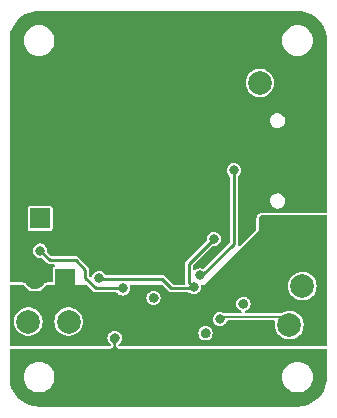
<source format=gbl>
%TF.GenerationSoftware,KiCad,Pcbnew,7.0.5-0*%
%TF.CreationDate,2024-02-04T17:49:50-05:00*%
%TF.ProjectId,Cutdown_Test,43757464-6f77-46e5-9f54-6573742e6b69,rev?*%
%TF.SameCoordinates,Original*%
%TF.FileFunction,Copper,L4,Bot*%
%TF.FilePolarity,Positive*%
%FSLAX46Y46*%
G04 Gerber Fmt 4.6, Leading zero omitted, Abs format (unit mm)*
G04 Created by KiCad (PCBNEW 7.0.5-0) date 2024-02-04 17:49:50*
%MOMM*%
%LPD*%
G01*
G04 APERTURE LIST*
%TA.AperFunction,ComponentPad*%
%ADD10C,2.000000*%
%TD*%
%TA.AperFunction,ComponentPad*%
%ADD11C,0.900000*%
%TD*%
%TA.AperFunction,ComponentPad*%
%ADD12R,1.700000X1.700000*%
%TD*%
%TA.AperFunction,ComponentPad*%
%ADD13O,1.700000X1.700000*%
%TD*%
%TA.AperFunction,ViaPad*%
%ADD14C,1.000000*%
%TD*%
%TA.AperFunction,ViaPad*%
%ADD15C,0.800000*%
%TD*%
%TA.AperFunction,Conductor*%
%ADD16C,0.250000*%
%TD*%
%TA.AperFunction,Conductor*%
%ADD17C,0.200000*%
%TD*%
G04 APERTURE END LIST*
D10*
%TO.P,TP8,1,1*%
%TO.N,Net-(U1-VC)*%
X147500000Y-113800000D03*
%TD*%
D11*
%TO.P,U1,29,PGND*%
%TO.N,GND*%
X135050000Y-106650000D03*
X135050000Y-107850000D03*
X135050000Y-109050000D03*
X136450000Y-106650000D03*
X136450000Y-107850000D03*
X136450000Y-109050000D03*
%TD*%
D12*
%TO.P,J2,1,Pin_1*%
%TO.N,+BATT*%
X128500000Y-109900000D03*
D13*
%TO.P,J2,2,Pin_2*%
%TO.N,GND*%
X125960000Y-109900000D03*
%TD*%
D10*
%TO.P,TP6,1,1*%
%TO.N,Net-(U1-FB)*%
X128800000Y-113500000D03*
%TD*%
%TO.P,TP5,1,1*%
%TO.N,+3V3*%
X148600000Y-110500000D03*
%TD*%
D12*
%TO.P,J1,1,Pin_1*%
%TO.N,/POWR_OUT*%
X126400000Y-104775000D03*
D13*
%TO.P,J1,2,Pin_2*%
%TO.N,GND*%
X126400000Y-102235000D03*
%TD*%
D10*
%TO.P,TP2,1,1*%
%TO.N,GND*%
X126300000Y-97000000D03*
%TD*%
%TO.P,TP3,1,1*%
%TO.N,/EN*%
X145000000Y-93300000D03*
%TD*%
%TO.P,TP1,1,1*%
%TO.N,Net-(U1-PGOOD)*%
X125400000Y-113500000D03*
%TD*%
D14*
%TO.N,GND*%
X127800000Y-107200000D03*
D15*
X143600000Y-112000000D03*
X140400000Y-114500000D03*
X132700000Y-114900000D03*
X141800000Y-102500000D03*
X148600000Y-101000000D03*
X136000000Y-111500000D03*
%TO.N,Net-(U1-ISN)*%
X131400000Y-109800000D03*
X139400000Y-110600000D03*
X141100000Y-106500000D03*
%TO.N,+BATT*%
X147100000Y-105300000D03*
X149900000Y-108000000D03*
X148500000Y-105300000D03*
X147100000Y-108000000D03*
X148500000Y-108000000D03*
X148500000Y-106650000D03*
X149900000Y-106650000D03*
X149900000Y-105300000D03*
X147100000Y-106650000D03*
%TO.N,Net-(U1-VC)*%
X141600000Y-113300000D03*
%TO.N,/EN*%
X142800000Y-100700000D03*
X139900000Y-109600000D03*
%TO.N,/POWR_OUT*%
X133400000Y-110700000D03*
X126400000Y-107500000D03*
%TD*%
D16*
%TO.N,Net-(U1-ISN)*%
X141100000Y-106500000D02*
X139000000Y-108600000D01*
X131500000Y-109900000D02*
X136700000Y-109900000D01*
X139300000Y-110700000D02*
X139400000Y-110600000D01*
X139000000Y-108600000D02*
X139000000Y-110200000D01*
X131400000Y-109800000D02*
X131500000Y-109900000D01*
X136700000Y-109900000D02*
X137500000Y-110700000D01*
X137500000Y-110700000D02*
X139300000Y-110700000D01*
X139000000Y-110200000D02*
X139400000Y-110600000D01*
D17*
%TO.N,Net-(U1-VC)*%
X141800000Y-113100000D02*
X146800000Y-113100000D01*
X141600000Y-113300000D02*
X141800000Y-113100000D01*
X146800000Y-113100000D02*
X147500000Y-113800000D01*
D16*
%TO.N,/EN*%
X140100000Y-109600000D02*
X142800000Y-106900000D01*
X142800000Y-106900000D02*
X142800000Y-100700000D01*
X139900000Y-109600000D02*
X140100000Y-109600000D01*
%TO.N,/POWR_OUT*%
X133400000Y-110700000D02*
X131100000Y-110700000D01*
X130200000Y-109100000D02*
X129400000Y-108300000D01*
X131100000Y-110700000D02*
X130200000Y-109800000D01*
X130200000Y-109800000D02*
X130200000Y-109100000D01*
X127200000Y-108300000D02*
X126400000Y-107500000D01*
X129400000Y-108300000D02*
X127200000Y-108300000D01*
%TD*%
%TA.AperFunction,Conductor*%
%TO.N,GND*%
G36*
X132786926Y-114513034D02*
G01*
X132818193Y-114521412D01*
X132859544Y-114538539D01*
X132884124Y-114548721D01*
X132912154Y-114564904D01*
X132940856Y-114586928D01*
X132968762Y-114608341D01*
X132991650Y-114631228D01*
X133032235Y-114684119D01*
X133035094Y-114687844D01*
X133051277Y-114715874D01*
X133073186Y-114768765D01*
X133078586Y-114781802D01*
X133086963Y-114813068D01*
X133096277Y-114883813D01*
X133096277Y-114916185D01*
X133086963Y-114986930D01*
X133078585Y-115018196D01*
X133051278Y-115084122D01*
X133035093Y-115112156D01*
X132991656Y-115168765D01*
X132968768Y-115191653D01*
X132944560Y-115210228D01*
X132934747Y-115217759D01*
X132926837Y-115224491D01*
X132904827Y-115245227D01*
X132858824Y-115309424D01*
X132829799Y-115372978D01*
X132817588Y-115404727D01*
X132816220Y-115404200D01*
X132786802Y-115456780D01*
X132765069Y-115468356D01*
X132795040Y-115488567D01*
X132822295Y-115550032D01*
X132823261Y-115556754D01*
X132828354Y-115581372D01*
X132828354Y-115581373D01*
X132871363Y-115662083D01*
X132871365Y-115662086D01*
X132917124Y-115714895D01*
X132934706Y-115732839D01*
X132934710Y-115732843D01*
X132934711Y-115732844D01*
X132934713Y-115732845D01*
X132935203Y-115733119D01*
X133014527Y-115777490D01*
X133081566Y-115797175D01*
X133139464Y-115805500D01*
X133139468Y-115805500D01*
X150575500Y-115805500D01*
X150642539Y-115825185D01*
X150688294Y-115877989D01*
X150699500Y-115929500D01*
X150699500Y-118198139D01*
X150699387Y-118201884D01*
X150681503Y-118497535D01*
X150680599Y-118504974D01*
X150627544Y-118794483D01*
X150625751Y-118801759D01*
X150538191Y-119082753D01*
X150535533Y-119089760D01*
X150414741Y-119358147D01*
X150411258Y-119364782D01*
X150258991Y-119616666D01*
X150254733Y-119622834D01*
X150073215Y-119854524D01*
X150068246Y-119860133D01*
X149860133Y-120068246D01*
X149854524Y-120073215D01*
X149622834Y-120254733D01*
X149616666Y-120258991D01*
X149364782Y-120411258D01*
X149358147Y-120414741D01*
X149089760Y-120535533D01*
X149082760Y-120538188D01*
X148958629Y-120576868D01*
X148801759Y-120625751D01*
X148794483Y-120627544D01*
X148504974Y-120680599D01*
X148497535Y-120681503D01*
X148201885Y-120699387D01*
X148198140Y-120699500D01*
X126301860Y-120699500D01*
X126298115Y-120699387D01*
X126002464Y-120681503D01*
X125995025Y-120680599D01*
X125705516Y-120627544D01*
X125698240Y-120625751D01*
X125619666Y-120601266D01*
X125417234Y-120538186D01*
X125410245Y-120535535D01*
X125141849Y-120414739D01*
X125135217Y-120411258D01*
X124883333Y-120258991D01*
X124877165Y-120254733D01*
X124645475Y-120073215D01*
X124639874Y-120068253D01*
X124431745Y-119860124D01*
X124426784Y-119854524D01*
X124245266Y-119622834D01*
X124241013Y-119616673D01*
X124161797Y-119485633D01*
X124088741Y-119364782D01*
X124085263Y-119358156D01*
X123964460Y-119089745D01*
X123961816Y-119082775D01*
X123874246Y-118801753D01*
X123872455Y-118794483D01*
X123819400Y-118504974D01*
X123818496Y-118497535D01*
X123800613Y-118201883D01*
X123800556Y-118200001D01*
X124994532Y-118200001D01*
X125014364Y-118426686D01*
X125014366Y-118426697D01*
X125073258Y-118646488D01*
X125073261Y-118646497D01*
X125169431Y-118852732D01*
X125169432Y-118852734D01*
X125299954Y-119039141D01*
X125460858Y-119200045D01*
X125460861Y-119200047D01*
X125647266Y-119330568D01*
X125853504Y-119426739D01*
X126073308Y-119485635D01*
X126243214Y-119500499D01*
X126243215Y-119500500D01*
X126243216Y-119500500D01*
X126356785Y-119500500D01*
X126356785Y-119500499D01*
X126526692Y-119485635D01*
X126746496Y-119426739D01*
X126952734Y-119330568D01*
X127139139Y-119200047D01*
X127300047Y-119039139D01*
X127430568Y-118852734D01*
X127526739Y-118646496D01*
X127585635Y-118426692D01*
X127605468Y-118200001D01*
X146894532Y-118200001D01*
X146914364Y-118426686D01*
X146914366Y-118426697D01*
X146973258Y-118646488D01*
X146973261Y-118646497D01*
X147069431Y-118852732D01*
X147069432Y-118852734D01*
X147199954Y-119039141D01*
X147360858Y-119200045D01*
X147360861Y-119200047D01*
X147547266Y-119330568D01*
X147753504Y-119426739D01*
X147973308Y-119485635D01*
X148143214Y-119500499D01*
X148143215Y-119500500D01*
X148143216Y-119500500D01*
X148256785Y-119500500D01*
X148256785Y-119500499D01*
X148426692Y-119485635D01*
X148646496Y-119426739D01*
X148852734Y-119330568D01*
X149039139Y-119200047D01*
X149200047Y-119039139D01*
X149330568Y-118852734D01*
X149426739Y-118646496D01*
X149485635Y-118426692D01*
X149505468Y-118200000D01*
X149485635Y-117973308D01*
X149426739Y-117753504D01*
X149330568Y-117547266D01*
X149200047Y-117360861D01*
X149200045Y-117360858D01*
X149039141Y-117199954D01*
X148852734Y-117069432D01*
X148852732Y-117069431D01*
X148646497Y-116973261D01*
X148646488Y-116973258D01*
X148426697Y-116914366D01*
X148426687Y-116914364D01*
X148256785Y-116899500D01*
X148256784Y-116899500D01*
X148143216Y-116899500D01*
X148143215Y-116899500D01*
X147973312Y-116914364D01*
X147973302Y-116914366D01*
X147753511Y-116973258D01*
X147753502Y-116973261D01*
X147547267Y-117069431D01*
X147547265Y-117069432D01*
X147360858Y-117199954D01*
X147199954Y-117360858D01*
X147069432Y-117547265D01*
X147069431Y-117547267D01*
X146973261Y-117753502D01*
X146973258Y-117753511D01*
X146914366Y-117973302D01*
X146914364Y-117973313D01*
X146894532Y-118199998D01*
X146894532Y-118200001D01*
X127605468Y-118200001D01*
X127605468Y-118200000D01*
X127585635Y-117973308D01*
X127526739Y-117753504D01*
X127430568Y-117547266D01*
X127300047Y-117360861D01*
X127300045Y-117360858D01*
X127139141Y-117199954D01*
X126952734Y-117069432D01*
X126952732Y-117069431D01*
X126746497Y-116973261D01*
X126746488Y-116973258D01*
X126526697Y-116914366D01*
X126526687Y-116914364D01*
X126356785Y-116899500D01*
X126356784Y-116899500D01*
X126243216Y-116899500D01*
X126243215Y-116899500D01*
X126073312Y-116914364D01*
X126073302Y-116914366D01*
X125853511Y-116973258D01*
X125853502Y-116973261D01*
X125647267Y-117069431D01*
X125647265Y-117069432D01*
X125460858Y-117199954D01*
X125299954Y-117360858D01*
X125169432Y-117547265D01*
X125169431Y-117547267D01*
X125073261Y-117753502D01*
X125073258Y-117753511D01*
X125014366Y-117973302D01*
X125014364Y-117973313D01*
X124994532Y-118199998D01*
X124994532Y-118200001D01*
X123800556Y-118200001D01*
X123800500Y-118198139D01*
X123800500Y-115929500D01*
X123820185Y-115862461D01*
X123872989Y-115816706D01*
X123924500Y-115805500D01*
X132265730Y-115805500D01*
X132265734Y-115805500D01*
X132265749Y-115805499D01*
X132265755Y-115805499D01*
X132267025Y-115805434D01*
X132276118Y-115804974D01*
X132306203Y-115801920D01*
X132381782Y-115778994D01*
X132443500Y-115746241D01*
X132443502Y-115746239D01*
X132443509Y-115746236D01*
X132464943Y-115733120D01*
X132464944Y-115733119D01*
X132526345Y-115665344D01*
X132526346Y-115665343D01*
X132560558Y-115604423D01*
X132571504Y-115581793D01*
X132577239Y-115547326D01*
X132607660Y-115484427D01*
X132634600Y-115467942D01*
X132600001Y-115441480D01*
X132580307Y-115400485D01*
X132579336Y-115396886D01*
X132579335Y-115396877D01*
X132543190Y-115312867D01*
X132501987Y-115256439D01*
X132461122Y-115214590D01*
X132461121Y-115214589D01*
X132461115Y-115214584D01*
X132431235Y-115191656D01*
X132408346Y-115168768D01*
X132364905Y-115112155D01*
X132348720Y-115084121D01*
X132321413Y-115018196D01*
X132313035Y-114986928D01*
X132303721Y-114916178D01*
X132303721Y-114883818D01*
X132313034Y-114813067D01*
X132321412Y-114781803D01*
X132348718Y-114715880D01*
X132348721Y-114715872D01*
X132364901Y-114687848D01*
X132408348Y-114631227D01*
X132431227Y-114608348D01*
X132487846Y-114564902D01*
X132515877Y-114548719D01*
X132581800Y-114521412D01*
X132613065Y-114513035D01*
X132683820Y-114503721D01*
X132716180Y-114503721D01*
X132786926Y-114513034D01*
G37*
%TD.AperFunction*%
%TA.AperFunction,Conductor*%
G36*
X140486926Y-114113034D02*
G01*
X140518192Y-114121411D01*
X140584125Y-114148721D01*
X140612156Y-114164906D01*
X140668766Y-114208346D01*
X140691653Y-114231233D01*
X140735093Y-114287844D01*
X140751279Y-114315879D01*
X140778585Y-114381802D01*
X140786963Y-114413068D01*
X140796277Y-114483813D01*
X140796277Y-114516185D01*
X140786963Y-114586930D01*
X140778585Y-114618196D01*
X140751279Y-114684119D01*
X140735093Y-114712154D01*
X140691653Y-114768765D01*
X140668765Y-114791653D01*
X140612155Y-114835092D01*
X140584121Y-114851278D01*
X140518196Y-114878585D01*
X140486929Y-114886963D01*
X140416185Y-114896277D01*
X140383813Y-114896277D01*
X140313068Y-114886963D01*
X140281802Y-114878585D01*
X140215879Y-114851279D01*
X140187844Y-114835093D01*
X140131233Y-114791653D01*
X140108345Y-114768765D01*
X140064906Y-114712155D01*
X140048720Y-114684121D01*
X140021413Y-114618196D01*
X140013035Y-114586928D01*
X140010136Y-114564906D01*
X140003721Y-114516178D01*
X140003721Y-114483818D01*
X140013034Y-114413067D01*
X140021412Y-114381803D01*
X140025952Y-114370841D01*
X140048721Y-114315872D01*
X140064901Y-114287848D01*
X140108348Y-114231227D01*
X140131227Y-114208348D01*
X140187846Y-114164902D01*
X140215877Y-114148719D01*
X140281800Y-114121412D01*
X140313065Y-114113035D01*
X140383820Y-114103721D01*
X140416180Y-114103721D01*
X140486926Y-114113034D01*
G37*
%TD.AperFunction*%
%TA.AperFunction,Conductor*%
G36*
X143686926Y-111613034D02*
G01*
X143718192Y-111621411D01*
X143784125Y-111648721D01*
X143812156Y-111664906D01*
X143868766Y-111708346D01*
X143891653Y-111731233D01*
X143935093Y-111787844D01*
X143951279Y-111815879D01*
X143978585Y-111881802D01*
X143986963Y-111913068D01*
X143996277Y-111983813D01*
X143996277Y-112016185D01*
X143986963Y-112086930D01*
X143978585Y-112118196D01*
X143951279Y-112184119D01*
X143935094Y-112212154D01*
X143891653Y-112268767D01*
X143868764Y-112291655D01*
X143812159Y-112335090D01*
X143784127Y-112351275D01*
X143736326Y-112371075D01*
X143736319Y-112371078D01*
X143694765Y-112394252D01*
X143671686Y-112410894D01*
X143605795Y-112434136D01*
X143537799Y-112418066D01*
X143521360Y-112406869D01*
X143513989Y-112400929D01*
X143513985Y-112400926D01*
X143513983Y-112400925D01*
X143486770Y-112384779D01*
X143463685Y-112371082D01*
X143463682Y-112371081D01*
X143463681Y-112371080D01*
X143463677Y-112371078D01*
X143415875Y-112351277D01*
X143387843Y-112335093D01*
X143331236Y-112291657D01*
X143308346Y-112268768D01*
X143264905Y-112212155D01*
X143248720Y-112184121D01*
X143221413Y-112118196D01*
X143213035Y-112086928D01*
X143203721Y-112016178D01*
X143203721Y-111983818D01*
X143213034Y-111913067D01*
X143221412Y-111881803D01*
X143225952Y-111870841D01*
X143248721Y-111815872D01*
X143264901Y-111787848D01*
X143308348Y-111731227D01*
X143331227Y-111708348D01*
X143387846Y-111664902D01*
X143415877Y-111648719D01*
X143481800Y-111621412D01*
X143513065Y-111613035D01*
X143583820Y-111603721D01*
X143616180Y-111603721D01*
X143686926Y-111613034D01*
G37*
%TD.AperFunction*%
%TA.AperFunction,Conductor*%
G36*
X136086926Y-111113034D02*
G01*
X136118192Y-111121411D01*
X136184125Y-111148721D01*
X136212156Y-111164906D01*
X136268766Y-111208346D01*
X136291653Y-111231233D01*
X136335093Y-111287844D01*
X136351279Y-111315879D01*
X136378585Y-111381802D01*
X136386963Y-111413068D01*
X136396277Y-111483813D01*
X136396277Y-111516185D01*
X136386963Y-111586930D01*
X136378585Y-111618196D01*
X136351279Y-111684119D01*
X136335093Y-111712154D01*
X136291653Y-111768765D01*
X136268765Y-111791653D01*
X136212155Y-111835092D01*
X136184121Y-111851278D01*
X136118196Y-111878585D01*
X136086929Y-111886963D01*
X136016185Y-111896277D01*
X135983813Y-111896277D01*
X135913068Y-111886963D01*
X135881802Y-111878585D01*
X135815879Y-111851279D01*
X135787844Y-111835093D01*
X135731233Y-111791653D01*
X135708345Y-111768765D01*
X135664906Y-111712155D01*
X135648720Y-111684121D01*
X135621413Y-111618196D01*
X135613035Y-111586928D01*
X135603721Y-111516178D01*
X135603721Y-111483818D01*
X135613034Y-111413067D01*
X135621412Y-111381803D01*
X135625952Y-111370841D01*
X135648721Y-111315872D01*
X135664901Y-111287848D01*
X135708348Y-111231227D01*
X135731227Y-111208348D01*
X135787846Y-111164902D01*
X135815877Y-111148719D01*
X135881800Y-111121412D01*
X135913065Y-111113035D01*
X135983820Y-111103721D01*
X136016180Y-111103721D01*
X136086926Y-111113034D01*
G37*
%TD.AperFunction*%
%TA.AperFunction,Conductor*%
G36*
X148201884Y-87200613D02*
G01*
X148281335Y-87205418D01*
X148497540Y-87218496D01*
X148504974Y-87219400D01*
X148794483Y-87272455D01*
X148801753Y-87274246D01*
X149082775Y-87361816D01*
X149089745Y-87364460D01*
X149358156Y-87485263D01*
X149364782Y-87488741D01*
X149509021Y-87575935D01*
X149616673Y-87641013D01*
X149622832Y-87645265D01*
X149751556Y-87746114D01*
X149854524Y-87826784D01*
X149860124Y-87831745D01*
X150068253Y-88039874D01*
X150073215Y-88045475D01*
X150254733Y-88277165D01*
X150258988Y-88283329D01*
X150263305Y-88290470D01*
X150411258Y-88535217D01*
X150414741Y-88541852D01*
X150535533Y-88810239D01*
X150538186Y-88817234D01*
X150562865Y-88896429D01*
X150625751Y-89098240D01*
X150627544Y-89105516D01*
X150680599Y-89395025D01*
X150681503Y-89402464D01*
X150699387Y-89698114D01*
X150699500Y-89701859D01*
X150699500Y-104170500D01*
X150679815Y-104237539D01*
X150627011Y-104283294D01*
X150575500Y-104294500D01*
X145145858Y-104294500D01*
X145134863Y-104295089D01*
X145134847Y-104295090D01*
X145103038Y-104298511D01*
X145103029Y-104298513D01*
X145026521Y-104322470D01*
X145026516Y-104322471D01*
X144965188Y-104355960D01*
X144918384Y-104390998D01*
X144918363Y-104391016D01*
X144787123Y-104522256D01*
X144779757Y-104530454D01*
X144779753Y-104530459D01*
X144759674Y-104555376D01*
X144722509Y-104626424D01*
X144702826Y-104693456D01*
X144694500Y-104751365D01*
X144694500Y-105663518D01*
X144674815Y-105730557D01*
X144658181Y-105751199D01*
X143327905Y-107081474D01*
X143266582Y-107114959D01*
X143196890Y-107109975D01*
X143140957Y-107068103D01*
X143116540Y-107002639D01*
X143120449Y-106961700D01*
X143129264Y-106928807D01*
X143125735Y-106888478D01*
X143125500Y-106883075D01*
X143125500Y-103259176D01*
X145849257Y-103259176D01*
X145859490Y-103421819D01*
X145909848Y-103576807D01*
X145909849Y-103576810D01*
X145997169Y-103714405D01*
X146115962Y-103825958D01*
X146115970Y-103825964D01*
X146258769Y-103904468D01*
X146258773Y-103904470D01*
X146416618Y-103944998D01*
X146416622Y-103944998D01*
X146538674Y-103944998D01*
X146538676Y-103944998D01*
X146538681Y-103944997D01*
X146538685Y-103944997D01*
X146551813Y-103943338D01*
X146659780Y-103929699D01*
X146811301Y-103869708D01*
X146943142Y-103773919D01*
X147047020Y-103648353D01*
X147116407Y-103500898D01*
X147146943Y-103340820D01*
X147136710Y-103178177D01*
X147086352Y-103023188D01*
X147063373Y-102986979D01*
X146999030Y-102885590D01*
X146880237Y-102774037D01*
X146880229Y-102774031D01*
X146737430Y-102695527D01*
X146737422Y-102695524D01*
X146579583Y-102654998D01*
X146579582Y-102654998D01*
X146457524Y-102654998D01*
X146457514Y-102654998D01*
X146336420Y-102670297D01*
X146336414Y-102670298D01*
X146184902Y-102730286D01*
X146184899Y-102730287D01*
X146184899Y-102730288D01*
X146124685Y-102774037D01*
X146053057Y-102826078D01*
X145949178Y-102951645D01*
X145879793Y-103099097D01*
X145879793Y-103099098D01*
X145849257Y-103259173D01*
X145849257Y-103259176D01*
X143125500Y-103259176D01*
X143125500Y-101268298D01*
X143145185Y-101201259D01*
X143174010Y-101169925D01*
X143228282Y-101128282D01*
X143324536Y-101002841D01*
X143385044Y-100856762D01*
X143405682Y-100700000D01*
X143385044Y-100543238D01*
X143324536Y-100397159D01*
X143228282Y-100271718D01*
X143102841Y-100175464D01*
X142956762Y-100114956D01*
X142956760Y-100114955D01*
X142800001Y-100094318D01*
X142799999Y-100094318D01*
X142643239Y-100114955D01*
X142643237Y-100114956D01*
X142497160Y-100175463D01*
X142371718Y-100271718D01*
X142275463Y-100397160D01*
X142214956Y-100543237D01*
X142214955Y-100543239D01*
X142194318Y-100699998D01*
X142194318Y-100700001D01*
X142214955Y-100856760D01*
X142214956Y-100856762D01*
X142275464Y-101002841D01*
X142371718Y-101128282D01*
X142425987Y-101169924D01*
X142467189Y-101226349D01*
X142474500Y-101268298D01*
X142474500Y-106713811D01*
X142454815Y-106780850D01*
X142438181Y-106801492D01*
X140234110Y-109005562D01*
X140172787Y-109039047D01*
X140103095Y-109034063D01*
X140098991Y-109032448D01*
X140056762Y-109014956D01*
X140056760Y-109014955D01*
X139900001Y-108994318D01*
X139899999Y-108994318D01*
X139743239Y-109014955D01*
X139743237Y-109014956D01*
X139597157Y-109075464D01*
X139524986Y-109130844D01*
X139459817Y-109156038D01*
X139391372Y-109142000D01*
X139341383Y-109093186D01*
X139325500Y-109032468D01*
X139325500Y-108786187D01*
X139345185Y-108719148D01*
X139361814Y-108698511D01*
X140928315Y-107132009D01*
X140989636Y-107098526D01*
X141032180Y-107096753D01*
X141099999Y-107105682D01*
X141100000Y-107105682D01*
X141100001Y-107105682D01*
X141152253Y-107098802D01*
X141256762Y-107085044D01*
X141402841Y-107024536D01*
X141528282Y-106928282D01*
X141624536Y-106802841D01*
X141685044Y-106656762D01*
X141705682Y-106500000D01*
X141685044Y-106343238D01*
X141624536Y-106197159D01*
X141528282Y-106071718D01*
X141402841Y-105975464D01*
X141256762Y-105914956D01*
X141256760Y-105914955D01*
X141100001Y-105894318D01*
X141099999Y-105894318D01*
X140943239Y-105914955D01*
X140943237Y-105914956D01*
X140797160Y-105975463D01*
X140671718Y-106071718D01*
X140575463Y-106197160D01*
X140514956Y-106343237D01*
X140514955Y-106343239D01*
X140494318Y-106499998D01*
X140494318Y-106500001D01*
X140503246Y-106567818D01*
X140492480Y-106636853D01*
X140467988Y-106671684D01*
X138781803Y-108357870D01*
X138777814Y-108361525D01*
X138746805Y-108387545D01*
X138726562Y-108422606D01*
X138723656Y-108427166D01*
X138700446Y-108460313D01*
X138698206Y-108465117D01*
X138691229Y-108481961D01*
X138689410Y-108486959D01*
X138682383Y-108526811D01*
X138681212Y-108532091D01*
X138670735Y-108571191D01*
X138674264Y-108611513D01*
X138674500Y-108616920D01*
X138674500Y-110183078D01*
X138674264Y-110188485D01*
X138670735Y-110228808D01*
X138671681Y-110239614D01*
X138667461Y-110239983D01*
X138666211Y-110288491D01*
X138626934Y-110346275D01*
X138562651Y-110373652D01*
X138548174Y-110374500D01*
X137686188Y-110374500D01*
X137619149Y-110354815D01*
X137598507Y-110338181D01*
X137272781Y-110012455D01*
X136942119Y-109681793D01*
X136938474Y-109677814D01*
X136912456Y-109646807D01*
X136912455Y-109646806D01*
X136900960Y-109640169D01*
X136877392Y-109626561D01*
X136872831Y-109623655D01*
X136858771Y-109613811D01*
X136839684Y-109600446D01*
X136839681Y-109600445D01*
X136834861Y-109598197D01*
X136818055Y-109591235D01*
X136813043Y-109589411D01*
X136773190Y-109582383D01*
X136767910Y-109581212D01*
X136728808Y-109570735D01*
X136693892Y-109573790D01*
X136688481Y-109574264D01*
X136683078Y-109574500D01*
X132039426Y-109574500D01*
X131972387Y-109554815D01*
X131926632Y-109502011D01*
X131924864Y-109497950D01*
X131924537Y-109497161D01*
X131924535Y-109497158D01*
X131828283Y-109371719D01*
X131828282Y-109371718D01*
X131702841Y-109275464D01*
X131556762Y-109214956D01*
X131556760Y-109214955D01*
X131400001Y-109194318D01*
X131399999Y-109194318D01*
X131243239Y-109214955D01*
X131243237Y-109214956D01*
X131097160Y-109275463D01*
X130971718Y-109371718D01*
X130875463Y-109497160D01*
X130814956Y-109643237D01*
X130814956Y-109643239D01*
X130811550Y-109669109D01*
X130783283Y-109733006D01*
X130724958Y-109771476D01*
X130655093Y-109772307D01*
X130600930Y-109740604D01*
X130561818Y-109701492D01*
X130528333Y-109640169D01*
X130525499Y-109613811D01*
X130525499Y-109417782D01*
X130525499Y-109116896D01*
X130525733Y-109111543D01*
X130529264Y-109071193D01*
X130518782Y-109032076D01*
X130517616Y-109026818D01*
X130510588Y-108986955D01*
X130510586Y-108986952D01*
X130510586Y-108986950D01*
X130508760Y-108981933D01*
X130501820Y-108965176D01*
X130499554Y-108960319D01*
X130499554Y-108960316D01*
X130476339Y-108927162D01*
X130473433Y-108922599D01*
X130453196Y-108887548D01*
X130453195Y-108887547D01*
X130453194Y-108887545D01*
X130422177Y-108861518D01*
X130418193Y-108857867D01*
X130034688Y-108474362D01*
X129642119Y-108081793D01*
X129638474Y-108077814D01*
X129612456Y-108046807D01*
X129612455Y-108046806D01*
X129601058Y-108040226D01*
X129577392Y-108026561D01*
X129572831Y-108023655D01*
X129559687Y-108014452D01*
X129539684Y-108000446D01*
X129539681Y-108000445D01*
X129534861Y-107998197D01*
X129518055Y-107991235D01*
X129513043Y-107989411D01*
X129473190Y-107982383D01*
X129467910Y-107981212D01*
X129428808Y-107970735D01*
X129393892Y-107973790D01*
X129388481Y-107974264D01*
X129383078Y-107974500D01*
X127386188Y-107974500D01*
X127319149Y-107954815D01*
X127298507Y-107938181D01*
X127032011Y-107671685D01*
X126998526Y-107610362D01*
X126996753Y-107567818D01*
X127005682Y-107500000D01*
X127005682Y-107499998D01*
X126985044Y-107343239D01*
X126985044Y-107343238D01*
X126924536Y-107197159D01*
X126828282Y-107071718D01*
X126702841Y-106975464D01*
X126690917Y-106970525D01*
X126556762Y-106914956D01*
X126556760Y-106914955D01*
X126400001Y-106894318D01*
X126399999Y-106894318D01*
X126243239Y-106914955D01*
X126243237Y-106914956D01*
X126097160Y-106975463D01*
X125971718Y-107071718D01*
X125875463Y-107197160D01*
X125814956Y-107343237D01*
X125814955Y-107343239D01*
X125794318Y-107499998D01*
X125794318Y-107500001D01*
X125814955Y-107656760D01*
X125814956Y-107656762D01*
X125875464Y-107802841D01*
X125971718Y-107928282D01*
X126097159Y-108024536D01*
X126243238Y-108085044D01*
X126271548Y-108088771D01*
X126399999Y-108105682D01*
X126400000Y-108105682D01*
X126400001Y-108105682D01*
X126435708Y-108100980D01*
X126467818Y-108096753D01*
X126536853Y-108107518D01*
X126571685Y-108132011D01*
X126957863Y-108518189D01*
X126961518Y-108522178D01*
X126987541Y-108553190D01*
X126987543Y-108553191D01*
X126987545Y-108553194D01*
X126987547Y-108553195D01*
X126987548Y-108553196D01*
X127022599Y-108573433D01*
X127027162Y-108576339D01*
X127060316Y-108599554D01*
X127060319Y-108599554D01*
X127065176Y-108601820D01*
X127081933Y-108608760D01*
X127086953Y-108610587D01*
X127086955Y-108610588D01*
X127122806Y-108616909D01*
X127126808Y-108617615D01*
X127132080Y-108618783D01*
X127171193Y-108629264D01*
X127211522Y-108625735D01*
X127216924Y-108625500D01*
X127517247Y-108625500D01*
X127584286Y-108645185D01*
X127630041Y-108697989D01*
X127639985Y-108767147D01*
X127610960Y-108830703D01*
X127580702Y-108852521D01*
X127581923Y-108854348D01*
X127505447Y-108905447D01*
X127461132Y-108971769D01*
X127461131Y-108971770D01*
X127449500Y-109030247D01*
X127449500Y-110070500D01*
X127429815Y-110137539D01*
X127377011Y-110183294D01*
X127325500Y-110194500D01*
X126958216Y-110194500D01*
X126958212Y-110194500D01*
X126958202Y-110194501D01*
X126906511Y-110201111D01*
X126906495Y-110201114D01*
X126846130Y-110216808D01*
X126846100Y-110216817D01*
X126828223Y-110222345D01*
X126751222Y-110271690D01*
X126751216Y-110271695D01*
X126702262Y-110321530D01*
X126667610Y-110368690D01*
X126666787Y-110369997D01*
X126662265Y-110376266D01*
X126568144Y-110490954D01*
X126550954Y-110508144D01*
X126441167Y-110598243D01*
X126420957Y-110611747D01*
X126295703Y-110678698D01*
X126273244Y-110688001D01*
X126137335Y-110729228D01*
X126113494Y-110733970D01*
X125972153Y-110747891D01*
X125947845Y-110747891D01*
X125806504Y-110733970D01*
X125782664Y-110729228D01*
X125729350Y-110713055D01*
X125646752Y-110688000D01*
X125624296Y-110678698D01*
X125499042Y-110611748D01*
X125478832Y-110598244D01*
X125369046Y-110508147D01*
X125351856Y-110490957D01*
X125257680Y-110376201D01*
X125252889Y-110369501D01*
X125252379Y-110368677D01*
X125222162Y-110326178D01*
X125222158Y-110326174D01*
X125179856Y-110280332D01*
X125179849Y-110280324D01*
X125166538Y-110267157D01*
X125086721Y-110222510D01*
X125086719Y-110222509D01*
X125019687Y-110202826D01*
X125019683Y-110202825D01*
X125019682Y-110202825D01*
X124961784Y-110194500D01*
X123924500Y-110194500D01*
X123857461Y-110174815D01*
X123811706Y-110122011D01*
X123800500Y-110070500D01*
X123800500Y-105644752D01*
X125349500Y-105644752D01*
X125361131Y-105703229D01*
X125361132Y-105703230D01*
X125405447Y-105769552D01*
X125471769Y-105813867D01*
X125471770Y-105813868D01*
X125530247Y-105825499D01*
X125530250Y-105825500D01*
X125530252Y-105825500D01*
X127269750Y-105825500D01*
X127269751Y-105825499D01*
X127284568Y-105822552D01*
X127328229Y-105813868D01*
X127328229Y-105813867D01*
X127328231Y-105813867D01*
X127394552Y-105769552D01*
X127438867Y-105703231D01*
X127438867Y-105703229D01*
X127438868Y-105703229D01*
X127450499Y-105644752D01*
X127450500Y-105644750D01*
X127450500Y-103905249D01*
X127450499Y-103905247D01*
X127438868Y-103846770D01*
X127438867Y-103846769D01*
X127394552Y-103780447D01*
X127328230Y-103736132D01*
X127328229Y-103736131D01*
X127269752Y-103724500D01*
X127269748Y-103724500D01*
X125530252Y-103724500D01*
X125530247Y-103724500D01*
X125471770Y-103736131D01*
X125471769Y-103736132D01*
X125405447Y-103780447D01*
X125361132Y-103846769D01*
X125361131Y-103846770D01*
X125349500Y-103905247D01*
X125349500Y-105644752D01*
X123800500Y-105644752D01*
X123800500Y-96459180D01*
X145849257Y-96459180D01*
X145859490Y-96621823D01*
X145909848Y-96776811D01*
X145909849Y-96776814D01*
X145997169Y-96914409D01*
X146115962Y-97025962D01*
X146115970Y-97025968D01*
X146258769Y-97104472D01*
X146258773Y-97104474D01*
X146416618Y-97145002D01*
X146416622Y-97145002D01*
X146538674Y-97145002D01*
X146538676Y-97145002D01*
X146538681Y-97145001D01*
X146538685Y-97145001D01*
X146551813Y-97143342D01*
X146659780Y-97129703D01*
X146811301Y-97069712D01*
X146943142Y-96973923D01*
X147047020Y-96848357D01*
X147116407Y-96700902D01*
X147146943Y-96540824D01*
X147136710Y-96378181D01*
X147086352Y-96223192D01*
X147063373Y-96186983D01*
X146999030Y-96085594D01*
X146880237Y-95974041D01*
X146880229Y-95974035D01*
X146737430Y-95895531D01*
X146737422Y-95895528D01*
X146579583Y-95855002D01*
X146579582Y-95855002D01*
X146457524Y-95855002D01*
X146457514Y-95855002D01*
X146336420Y-95870301D01*
X146336414Y-95870302D01*
X146184902Y-95930290D01*
X146184899Y-95930291D01*
X146184899Y-95930292D01*
X146124685Y-95974041D01*
X146053057Y-96026082D01*
X145949178Y-96151649D01*
X145879793Y-96299101D01*
X145879793Y-96299102D01*
X145849257Y-96459177D01*
X145849257Y-96459180D01*
X123800500Y-96459180D01*
X123800500Y-93300000D01*
X143794357Y-93300000D01*
X143814884Y-93521535D01*
X143814885Y-93521537D01*
X143875769Y-93735523D01*
X143875775Y-93735538D01*
X143974938Y-93934683D01*
X143974943Y-93934691D01*
X144109020Y-94112238D01*
X144273437Y-94262123D01*
X144273439Y-94262125D01*
X144462595Y-94379245D01*
X144462596Y-94379245D01*
X144462599Y-94379247D01*
X144670060Y-94459618D01*
X144888757Y-94500500D01*
X144888759Y-94500500D01*
X145111241Y-94500500D01*
X145111243Y-94500500D01*
X145329940Y-94459618D01*
X145537401Y-94379247D01*
X145726562Y-94262124D01*
X145890981Y-94112236D01*
X146025058Y-93934689D01*
X146124229Y-93735528D01*
X146185115Y-93521536D01*
X146205643Y-93300000D01*
X146185115Y-93078464D01*
X146124229Y-92864472D01*
X146124224Y-92864461D01*
X146025061Y-92665316D01*
X146025056Y-92665308D01*
X145890979Y-92487761D01*
X145726562Y-92337876D01*
X145726560Y-92337874D01*
X145537404Y-92220754D01*
X145537398Y-92220752D01*
X145329940Y-92140382D01*
X145111243Y-92099500D01*
X144888757Y-92099500D01*
X144670060Y-92140382D01*
X144538864Y-92191207D01*
X144462601Y-92220752D01*
X144462595Y-92220754D01*
X144273439Y-92337874D01*
X144273437Y-92337876D01*
X144109020Y-92487761D01*
X143974943Y-92665308D01*
X143974938Y-92665316D01*
X143875775Y-92864461D01*
X143875769Y-92864476D01*
X143814885Y-93078462D01*
X143814884Y-93078464D01*
X143794357Y-93299999D01*
X143794357Y-93300000D01*
X123800500Y-93300000D01*
X123800500Y-89701876D01*
X123800557Y-89700001D01*
X124994532Y-89700001D01*
X125014364Y-89926686D01*
X125014366Y-89926697D01*
X125073258Y-90146488D01*
X125073261Y-90146497D01*
X125169431Y-90352732D01*
X125169432Y-90352734D01*
X125299954Y-90539141D01*
X125460858Y-90700045D01*
X125460861Y-90700047D01*
X125647266Y-90830568D01*
X125853504Y-90926739D01*
X126073308Y-90985635D01*
X126243214Y-91000499D01*
X126243215Y-91000500D01*
X126243216Y-91000500D01*
X126356785Y-91000500D01*
X126356785Y-91000499D01*
X126526692Y-90985635D01*
X126746496Y-90926739D01*
X126952734Y-90830568D01*
X127139139Y-90700047D01*
X127300047Y-90539139D01*
X127430568Y-90352734D01*
X127526739Y-90146496D01*
X127585635Y-89926692D01*
X127605468Y-89700001D01*
X146894532Y-89700001D01*
X146914364Y-89926686D01*
X146914366Y-89926697D01*
X146973258Y-90146488D01*
X146973261Y-90146497D01*
X147069431Y-90352732D01*
X147069432Y-90352734D01*
X147199954Y-90539141D01*
X147360858Y-90700045D01*
X147360861Y-90700047D01*
X147547266Y-90830568D01*
X147753504Y-90926739D01*
X147973308Y-90985635D01*
X148143214Y-91000499D01*
X148143215Y-91000500D01*
X148143216Y-91000500D01*
X148256785Y-91000500D01*
X148256785Y-91000499D01*
X148426692Y-90985635D01*
X148646496Y-90926739D01*
X148852734Y-90830568D01*
X149039139Y-90700047D01*
X149200047Y-90539139D01*
X149330568Y-90352734D01*
X149426739Y-90146496D01*
X149485635Y-89926692D01*
X149505468Y-89700000D01*
X149505466Y-89699982D01*
X149485635Y-89473313D01*
X149485635Y-89473308D01*
X149426739Y-89253504D01*
X149330568Y-89047266D01*
X149200047Y-88860861D01*
X149200045Y-88860858D01*
X149039141Y-88699954D01*
X148852734Y-88569432D01*
X148852732Y-88569431D01*
X148646497Y-88473261D01*
X148646488Y-88473258D01*
X148426697Y-88414366D01*
X148426687Y-88414364D01*
X148256785Y-88399500D01*
X148256784Y-88399500D01*
X148143216Y-88399500D01*
X148143215Y-88399500D01*
X147973312Y-88414364D01*
X147973302Y-88414366D01*
X147753511Y-88473258D01*
X147753502Y-88473261D01*
X147547267Y-88569431D01*
X147547265Y-88569432D01*
X147360858Y-88699954D01*
X147199954Y-88860858D01*
X147069432Y-89047265D01*
X147069431Y-89047267D01*
X146973261Y-89253502D01*
X146973258Y-89253511D01*
X146914366Y-89473302D01*
X146914364Y-89473313D01*
X146894532Y-89699998D01*
X146894532Y-89700001D01*
X127605468Y-89700001D01*
X127605468Y-89700000D01*
X127605466Y-89699982D01*
X127585635Y-89473313D01*
X127585635Y-89473308D01*
X127526739Y-89253504D01*
X127430568Y-89047266D01*
X127300047Y-88860861D01*
X127300045Y-88860858D01*
X127139141Y-88699954D01*
X126952734Y-88569432D01*
X126952732Y-88569431D01*
X126746497Y-88473261D01*
X126746488Y-88473258D01*
X126526697Y-88414366D01*
X126526687Y-88414364D01*
X126356785Y-88399500D01*
X126356784Y-88399500D01*
X126243216Y-88399500D01*
X126243215Y-88399500D01*
X126073312Y-88414364D01*
X126073302Y-88414366D01*
X125853511Y-88473258D01*
X125853502Y-88473261D01*
X125647267Y-88569431D01*
X125647265Y-88569432D01*
X125460858Y-88699954D01*
X125299954Y-88860858D01*
X125169432Y-89047265D01*
X125169431Y-89047267D01*
X125073261Y-89253502D01*
X125073258Y-89253511D01*
X125014366Y-89473302D01*
X125014364Y-89473313D01*
X124994532Y-89699998D01*
X124994532Y-89700001D01*
X123800557Y-89700001D01*
X123800613Y-89698132D01*
X123814212Y-89473308D01*
X123818497Y-89402458D01*
X123819401Y-89395026D01*
X123872456Y-89105516D01*
X123874246Y-89098250D01*
X123961816Y-88817230D01*
X123964465Y-88810248D01*
X124014104Y-88699954D01*
X124085268Y-88541834D01*
X124088745Y-88535211D01*
X124161799Y-88414366D01*
X124241012Y-88283330D01*
X124245252Y-88277186D01*
X124426793Y-88045465D01*
X124431737Y-88039884D01*
X124639884Y-87831737D01*
X124645465Y-87826793D01*
X124877186Y-87645252D01*
X124883334Y-87641010D01*
X125135215Y-87488742D01*
X125141834Y-87485268D01*
X125375272Y-87380205D01*
X125410248Y-87364465D01*
X125417230Y-87361816D01*
X125698250Y-87274246D01*
X125705516Y-87272456D01*
X125995026Y-87219401D01*
X126002458Y-87218497D01*
X126227572Y-87204880D01*
X126298134Y-87200613D01*
X126301878Y-87200500D01*
X126347595Y-87200500D01*
X148198140Y-87200500D01*
X148201884Y-87200613D01*
G37*
%TD.AperFunction*%
%TD*%
%TA.AperFunction,Conductor*%
%TO.N,+BATT*%
G36*
X150642539Y-104519685D02*
G01*
X150688294Y-104572489D01*
X150699500Y-104624000D01*
X150699500Y-115476000D01*
X150679815Y-115543039D01*
X150627011Y-115588794D01*
X150575500Y-115600000D01*
X133139464Y-115600000D01*
X133072425Y-115580315D01*
X133026670Y-115527511D01*
X133016726Y-115458353D01*
X133045751Y-115394797D01*
X133063978Y-115377624D01*
X133128282Y-115328282D01*
X133224536Y-115202841D01*
X133285044Y-115056762D01*
X133305682Y-114900000D01*
X133285044Y-114743238D01*
X133224536Y-114597159D01*
X133149984Y-114500001D01*
X139794318Y-114500001D01*
X139814955Y-114656760D01*
X139814956Y-114656762D01*
X139850775Y-114743238D01*
X139875464Y-114802841D01*
X139971718Y-114928282D01*
X140097159Y-115024536D01*
X140243238Y-115085044D01*
X140321618Y-115095362D01*
X140399999Y-115105682D01*
X140400000Y-115105682D01*
X140400001Y-115105682D01*
X140452254Y-115098802D01*
X140556762Y-115085044D01*
X140702841Y-115024536D01*
X140828282Y-114928282D01*
X140924536Y-114802841D01*
X140985044Y-114656762D01*
X141005682Y-114500000D01*
X141000695Y-114462123D01*
X140985044Y-114343239D01*
X140985044Y-114343238D01*
X140924536Y-114197159D01*
X140828282Y-114071718D01*
X140702841Y-113975464D01*
X140556762Y-113914956D01*
X140556760Y-113914955D01*
X140400001Y-113894318D01*
X140399999Y-113894318D01*
X140243239Y-113914955D01*
X140243237Y-113914956D01*
X140097160Y-113975463D01*
X139971718Y-114071718D01*
X139875463Y-114197160D01*
X139814956Y-114343237D01*
X139814955Y-114343239D01*
X139794318Y-114499998D01*
X139794318Y-114500001D01*
X133149984Y-114500001D01*
X133128282Y-114471718D01*
X133002841Y-114375464D01*
X132856762Y-114314956D01*
X132856760Y-114314955D01*
X132700001Y-114294318D01*
X132699999Y-114294318D01*
X132543239Y-114314955D01*
X132543237Y-114314956D01*
X132397160Y-114375463D01*
X132271718Y-114471718D01*
X132175463Y-114597160D01*
X132114956Y-114743237D01*
X132114955Y-114743239D01*
X132094318Y-114899998D01*
X132094318Y-114900001D01*
X132114955Y-115056760D01*
X132114956Y-115056762D01*
X132175464Y-115202841D01*
X132271718Y-115328282D01*
X132336022Y-115377624D01*
X132377225Y-115434052D01*
X132381380Y-115503798D01*
X132347168Y-115564718D01*
X132285450Y-115597471D01*
X132260536Y-115600000D01*
X123924500Y-115600000D01*
X123857461Y-115580315D01*
X123811706Y-115527511D01*
X123800500Y-115476000D01*
X123800500Y-113500000D01*
X124194357Y-113500000D01*
X124214884Y-113721535D01*
X124214885Y-113721537D01*
X124275769Y-113935523D01*
X124275775Y-113935538D01*
X124374938Y-114134683D01*
X124374943Y-114134691D01*
X124509020Y-114312238D01*
X124673437Y-114462123D01*
X124673439Y-114462125D01*
X124862595Y-114579245D01*
X124862596Y-114579245D01*
X124862599Y-114579247D01*
X125070060Y-114659618D01*
X125288757Y-114700500D01*
X125288759Y-114700500D01*
X125511241Y-114700500D01*
X125511243Y-114700500D01*
X125729940Y-114659618D01*
X125937401Y-114579247D01*
X126126562Y-114462124D01*
X126287997Y-114314956D01*
X126290979Y-114312238D01*
X126348901Y-114235538D01*
X126425058Y-114134689D01*
X126524229Y-113935528D01*
X126585115Y-113721536D01*
X126605643Y-113500000D01*
X127594357Y-113500000D01*
X127614884Y-113721535D01*
X127614885Y-113721537D01*
X127675769Y-113935523D01*
X127675775Y-113935538D01*
X127774938Y-114134683D01*
X127774943Y-114134691D01*
X127909020Y-114312238D01*
X128073437Y-114462123D01*
X128073439Y-114462125D01*
X128262595Y-114579245D01*
X128262596Y-114579245D01*
X128262599Y-114579247D01*
X128470060Y-114659618D01*
X128688757Y-114700500D01*
X128688759Y-114700500D01*
X128911241Y-114700500D01*
X128911243Y-114700500D01*
X129129940Y-114659618D01*
X129337401Y-114579247D01*
X129526562Y-114462124D01*
X129687997Y-114314956D01*
X129690979Y-114312238D01*
X129748901Y-114235538D01*
X129825058Y-114134689D01*
X129924229Y-113935528D01*
X129985115Y-113721536D01*
X130005643Y-113500000D01*
X130001636Y-113456762D01*
X129987111Y-113300001D01*
X140994318Y-113300001D01*
X141014955Y-113456760D01*
X141014956Y-113456762D01*
X141075464Y-113602841D01*
X141171718Y-113728282D01*
X141297159Y-113824536D01*
X141443238Y-113885044D01*
X141513681Y-113894318D01*
X141599999Y-113905682D01*
X141600000Y-113905682D01*
X141600001Y-113905682D01*
X141652254Y-113898802D01*
X141756762Y-113885044D01*
X141902841Y-113824536D01*
X142028282Y-113728282D01*
X142124536Y-113602841D01*
X142176641Y-113477047D01*
X142220482Y-113422644D01*
X142286776Y-113400579D01*
X142291202Y-113400500D01*
X146201318Y-113400500D01*
X146268357Y-113420185D01*
X146314112Y-113472989D01*
X146324056Y-113542147D01*
X146320584Y-113558435D01*
X146314884Y-113578464D01*
X146294356Y-113799999D01*
X146294356Y-113800000D01*
X146314884Y-114021535D01*
X146314885Y-114021537D01*
X146375769Y-114235523D01*
X146375775Y-114235538D01*
X146474938Y-114434683D01*
X146474943Y-114434691D01*
X146609020Y-114612238D01*
X146773437Y-114762123D01*
X146773439Y-114762125D01*
X146962595Y-114879245D01*
X146962596Y-114879245D01*
X146962599Y-114879247D01*
X147170060Y-114959618D01*
X147388757Y-115000500D01*
X147388759Y-115000500D01*
X147611241Y-115000500D01*
X147611243Y-115000500D01*
X147829940Y-114959618D01*
X148037401Y-114879247D01*
X148226562Y-114762124D01*
X148390981Y-114612236D01*
X148525058Y-114434689D01*
X148624229Y-114235528D01*
X148685115Y-114021536D01*
X148705643Y-113800000D01*
X148698997Y-113728282D01*
X148685115Y-113578464D01*
X148685114Y-113578462D01*
X148662789Y-113499999D01*
X148624229Y-113364472D01*
X148624224Y-113364461D01*
X148525061Y-113165316D01*
X148525056Y-113165308D01*
X148390979Y-112987761D01*
X148226562Y-112837876D01*
X148226560Y-112837874D01*
X148037404Y-112720754D01*
X148037398Y-112720752D01*
X147829940Y-112640382D01*
X147611243Y-112599500D01*
X147388757Y-112599500D01*
X147170060Y-112640382D01*
X147090835Y-112671074D01*
X146962601Y-112720752D01*
X146962595Y-112720755D01*
X146873916Y-112775662D01*
X146824956Y-112789148D01*
X146825498Y-112793034D01*
X146814119Y-112794621D01*
X146786985Y-112798406D01*
X146783409Y-112798905D01*
X146774834Y-112799500D01*
X143862409Y-112799500D01*
X143795370Y-112779815D01*
X143749615Y-112727011D01*
X143739671Y-112657853D01*
X143768696Y-112594297D01*
X143814955Y-112560939D01*
X143902841Y-112524536D01*
X144028282Y-112428282D01*
X144124536Y-112302841D01*
X144185044Y-112156762D01*
X144205682Y-112000000D01*
X144185044Y-111843238D01*
X144124536Y-111697159D01*
X144028282Y-111571718D01*
X143902841Y-111475464D01*
X143870635Y-111462124D01*
X143756762Y-111414956D01*
X143756760Y-111414955D01*
X143600001Y-111394318D01*
X143599999Y-111394318D01*
X143443239Y-111414955D01*
X143443237Y-111414956D01*
X143297160Y-111475463D01*
X143171718Y-111571718D01*
X143075463Y-111697160D01*
X143014956Y-111843237D01*
X143014955Y-111843239D01*
X142994318Y-111999998D01*
X142994318Y-112000001D01*
X143014955Y-112156760D01*
X143014956Y-112156762D01*
X143075464Y-112302841D01*
X143171718Y-112428282D01*
X143297159Y-112524536D01*
X143385044Y-112560939D01*
X143439447Y-112604780D01*
X143461512Y-112671074D01*
X143444233Y-112738773D01*
X143393096Y-112786384D01*
X143337591Y-112799500D01*
X141976257Y-112799500D01*
X141909218Y-112779815D01*
X141903900Y-112776075D01*
X141902836Y-112775461D01*
X141756765Y-112714957D01*
X141756760Y-112714955D01*
X141600001Y-112694318D01*
X141599999Y-112694318D01*
X141443239Y-112714955D01*
X141443237Y-112714956D01*
X141297160Y-112775463D01*
X141171718Y-112871718D01*
X141075463Y-112997160D01*
X141014956Y-113143237D01*
X141014955Y-113143239D01*
X140994318Y-113299998D01*
X140994318Y-113300001D01*
X129987111Y-113300001D01*
X129985115Y-113278464D01*
X129985114Y-113278462D01*
X129952921Y-113165316D01*
X129924229Y-113064472D01*
X129924224Y-113064461D01*
X129825061Y-112865316D01*
X129825056Y-112865308D01*
X129690979Y-112687761D01*
X129526562Y-112537876D01*
X129526560Y-112537874D01*
X129337404Y-112420754D01*
X129337398Y-112420752D01*
X129129940Y-112340382D01*
X128911243Y-112299500D01*
X128688757Y-112299500D01*
X128470060Y-112340382D01*
X128338864Y-112391207D01*
X128262601Y-112420752D01*
X128262595Y-112420754D01*
X128073439Y-112537874D01*
X128073437Y-112537876D01*
X127909020Y-112687761D01*
X127774943Y-112865308D01*
X127774938Y-112865316D01*
X127675775Y-113064461D01*
X127675769Y-113064476D01*
X127614885Y-113278462D01*
X127614884Y-113278464D01*
X127594357Y-113499999D01*
X127594357Y-113500000D01*
X126605643Y-113500000D01*
X126601636Y-113456762D01*
X126585115Y-113278464D01*
X126585114Y-113278462D01*
X126552921Y-113165316D01*
X126524229Y-113064472D01*
X126524224Y-113064461D01*
X126425061Y-112865316D01*
X126425056Y-112865308D01*
X126290979Y-112687761D01*
X126126562Y-112537876D01*
X126126560Y-112537874D01*
X125937404Y-112420754D01*
X125937398Y-112420752D01*
X125729940Y-112340382D01*
X125511243Y-112299500D01*
X125288757Y-112299500D01*
X125070060Y-112340382D01*
X124938864Y-112391207D01*
X124862601Y-112420752D01*
X124862595Y-112420754D01*
X124673439Y-112537874D01*
X124673437Y-112537876D01*
X124509020Y-112687761D01*
X124374943Y-112865308D01*
X124374938Y-112865316D01*
X124275775Y-113064461D01*
X124275769Y-113064476D01*
X124214885Y-113278462D01*
X124214884Y-113278464D01*
X124194357Y-113499999D01*
X124194357Y-113500000D01*
X123800500Y-113500000D01*
X123800500Y-111500001D01*
X135394318Y-111500001D01*
X135414955Y-111656760D01*
X135414956Y-111656762D01*
X135475464Y-111802841D01*
X135571718Y-111928282D01*
X135697159Y-112024536D01*
X135843238Y-112085044D01*
X135921618Y-112095362D01*
X135999999Y-112105682D01*
X136000000Y-112105682D01*
X136000001Y-112105682D01*
X136052253Y-112098802D01*
X136156762Y-112085044D01*
X136302841Y-112024536D01*
X136428282Y-111928282D01*
X136524536Y-111802841D01*
X136585044Y-111656762D01*
X136605682Y-111500000D01*
X136600695Y-111462123D01*
X136585044Y-111343239D01*
X136585044Y-111343238D01*
X136524536Y-111197159D01*
X136428282Y-111071718D01*
X136302841Y-110975464D01*
X136297930Y-110973430D01*
X136156762Y-110914956D01*
X136156760Y-110914955D01*
X136000001Y-110894318D01*
X135999999Y-110894318D01*
X135843239Y-110914955D01*
X135843237Y-110914956D01*
X135697160Y-110975463D01*
X135571718Y-111071718D01*
X135475463Y-111197160D01*
X135414956Y-111343237D01*
X135414955Y-111343239D01*
X135394318Y-111499998D01*
X135394318Y-111500001D01*
X123800500Y-111500001D01*
X123800500Y-110524000D01*
X123820185Y-110456961D01*
X123872989Y-110411206D01*
X123924500Y-110400000D01*
X124961784Y-110400000D01*
X125028823Y-110419685D01*
X125071140Y-110465544D01*
X125082315Y-110486450D01*
X125093435Y-110500000D01*
X125213589Y-110646410D01*
X125278890Y-110700000D01*
X125373550Y-110777685D01*
X125556046Y-110875232D01*
X125754066Y-110935300D01*
X125754065Y-110935300D01*
X125756482Y-110935538D01*
X125960000Y-110955583D01*
X126165934Y-110935300D01*
X126363954Y-110875232D01*
X126546450Y-110777685D01*
X126706410Y-110646410D01*
X126837685Y-110486450D01*
X126848859Y-110465544D01*
X126897821Y-110415702D01*
X126958216Y-110400000D01*
X130288312Y-110400000D01*
X130355351Y-110419685D01*
X130375990Y-110436317D01*
X130639671Y-110699998D01*
X130857868Y-110918195D01*
X130861523Y-110922184D01*
X130887541Y-110953190D01*
X130887543Y-110953191D01*
X130887545Y-110953194D01*
X130922605Y-110973435D01*
X130927159Y-110976337D01*
X130960316Y-110999554D01*
X130960319Y-110999554D01*
X130965176Y-111001820D01*
X130981933Y-111008760D01*
X130986953Y-111010587D01*
X130986955Y-111010588D01*
X131026830Y-111017618D01*
X131032087Y-111018784D01*
X131071193Y-111029263D01*
X131111510Y-111025735D01*
X131116912Y-111025500D01*
X132831701Y-111025500D01*
X132898740Y-111045185D01*
X132930077Y-111074014D01*
X132968843Y-111124536D01*
X132971718Y-111128282D01*
X133097159Y-111224536D01*
X133243238Y-111285044D01*
X133321619Y-111295362D01*
X133399999Y-111305682D01*
X133400000Y-111305682D01*
X133400001Y-111305682D01*
X133452254Y-111298802D01*
X133556762Y-111285044D01*
X133702841Y-111224536D01*
X133828282Y-111128282D01*
X133924536Y-111002841D01*
X133985044Y-110856762D01*
X134005682Y-110700000D01*
X133985044Y-110543238D01*
X133985043Y-110543237D01*
X133984642Y-110540185D01*
X133995408Y-110471150D01*
X134041788Y-110418894D01*
X134107581Y-110400000D01*
X136688312Y-110400000D01*
X136755351Y-110419685D01*
X136775993Y-110436319D01*
X137257863Y-110918189D01*
X137261518Y-110922178D01*
X137287541Y-110953190D01*
X137287543Y-110953191D01*
X137287545Y-110953194D01*
X137287547Y-110953195D01*
X137287548Y-110953196D01*
X137322599Y-110973433D01*
X137327160Y-110976338D01*
X137360316Y-110999554D01*
X137360319Y-110999554D01*
X137365176Y-111001820D01*
X137381933Y-111008760D01*
X137386953Y-111010587D01*
X137386955Y-111010588D01*
X137422806Y-111016909D01*
X137426808Y-111017615D01*
X137432080Y-111018783D01*
X137471193Y-111029264D01*
X137511522Y-111025735D01*
X137516924Y-111025500D01*
X138925999Y-111025500D01*
X138993038Y-111045185D01*
X139001485Y-111051124D01*
X139097157Y-111124535D01*
X139097158Y-111124535D01*
X139097159Y-111124536D01*
X139243238Y-111185044D01*
X139321619Y-111195362D01*
X139399999Y-111205682D01*
X139400000Y-111205682D01*
X139400001Y-111205682D01*
X139464739Y-111197159D01*
X139556762Y-111185044D01*
X139702841Y-111124536D01*
X139828282Y-111028282D01*
X139924536Y-110902841D01*
X139985044Y-110756762D01*
X140005682Y-110600000D01*
X139997807Y-110540184D01*
X140004073Y-110500000D01*
X147394356Y-110500000D01*
X147414884Y-110721535D01*
X147414885Y-110721537D01*
X147475769Y-110935523D01*
X147475775Y-110935538D01*
X147574938Y-111134683D01*
X147574943Y-111134691D01*
X147709020Y-111312238D01*
X147873437Y-111462123D01*
X147873439Y-111462125D01*
X148062595Y-111579245D01*
X148062596Y-111579245D01*
X148062599Y-111579247D01*
X148270060Y-111659618D01*
X148488757Y-111700500D01*
X148488759Y-111700500D01*
X148711241Y-111700500D01*
X148711243Y-111700500D01*
X148929940Y-111659618D01*
X149137401Y-111579247D01*
X149326562Y-111462124D01*
X149490981Y-111312236D01*
X149625058Y-111134689D01*
X149724229Y-110935528D01*
X149785115Y-110721536D01*
X149805643Y-110500000D01*
X149804387Y-110486450D01*
X149785115Y-110278464D01*
X149785114Y-110278462D01*
X149783195Y-110271718D01*
X149724229Y-110064472D01*
X149724224Y-110064461D01*
X149625061Y-109865316D01*
X149625056Y-109865308D01*
X149490979Y-109687761D01*
X149326562Y-109537876D01*
X149326560Y-109537874D01*
X149137404Y-109420754D01*
X149137398Y-109420752D01*
X148929940Y-109340382D01*
X148711243Y-109299500D01*
X148488757Y-109299500D01*
X148270060Y-109340382D01*
X148189173Y-109371718D01*
X148062601Y-109420752D01*
X148062595Y-109420754D01*
X147873439Y-109537874D01*
X147873437Y-109537876D01*
X147709020Y-109687761D01*
X147574943Y-109865308D01*
X147574938Y-109865316D01*
X147475775Y-110064461D01*
X147475769Y-110064476D01*
X147414885Y-110278462D01*
X147414884Y-110278464D01*
X147394356Y-110499999D01*
X147394356Y-110500000D01*
X140004073Y-110500000D01*
X140008572Y-110471151D01*
X140054952Y-110418895D01*
X140120746Y-110400000D01*
X140300000Y-110400000D01*
X144900000Y-105800000D01*
X144900000Y-104751362D01*
X144919685Y-104684323D01*
X144936319Y-104663681D01*
X145063681Y-104536319D01*
X145125004Y-104502834D01*
X145151362Y-104500000D01*
X150575500Y-104500000D01*
X150642539Y-104519685D01*
G37*
%TD.AperFunction*%
%TD*%
M02*

</source>
